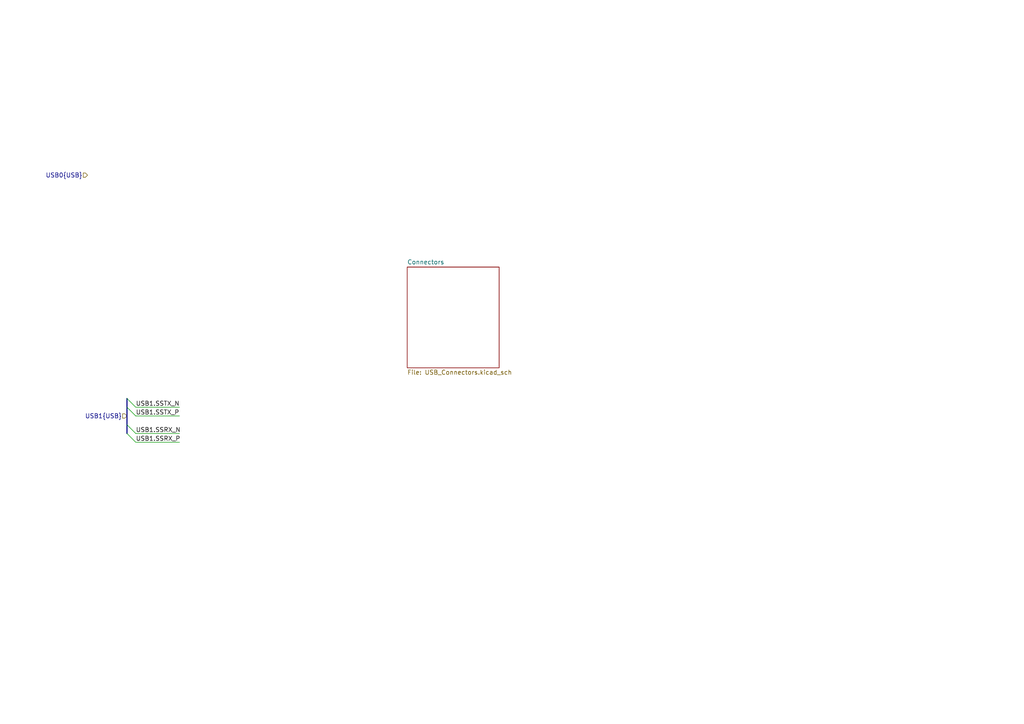
<source format=kicad_sch>
(kicad_sch
	(version 20250114)
	(generator "eeschema")
	(generator_version "9.0")
	(uuid "b97e23bc-69b5-4233-aaab-a25bbdb48c2c")
	(paper "A4")
	(lib_symbols)
	(bus_entry
		(at 36.83 118.11)
		(size 2.54 2.54)
		(stroke
			(width 0)
			(type default)
		)
		(uuid "1575507e-9c41-4d79-a448-0e26e65610ae")
	)
	(bus_entry
		(at 36.83 125.73)
		(size 2.54 2.54)
		(stroke
			(width 0)
			(type default)
		)
		(uuid "385d29f2-0442-437d-b675-207942d2e606")
	)
	(bus_entry
		(at 36.83 115.57)
		(size 2.54 2.54)
		(stroke
			(width 0)
			(type default)
		)
		(uuid "9fc1e27a-ad53-4a50-a27c-d3c38a8176f5")
	)
	(bus_entry
		(at 36.83 123.19)
		(size 2.54 2.54)
		(stroke
			(width 0)
			(type default)
		)
		(uuid "d33d04dc-b421-46c8-b1d3-a22a3bd6ce35")
	)
	(wire
		(pts
			(xy 39.37 120.65) (xy 52.07 120.65)
		)
		(stroke
			(width 0)
			(type default)
		)
		(uuid "0d119b58-1768-4111-a3bd-7197af67f633")
	)
	(wire
		(pts
			(xy 39.37 128.27) (xy 52.07 128.27)
		)
		(stroke
			(width 0)
			(type default)
		)
		(uuid "16abf78d-618e-4c0c-8264-93973fcb5898")
	)
	(bus
		(pts
			(xy 36.83 118.11) (xy 36.83 123.19)
		)
		(stroke
			(width 0)
			(type default)
		)
		(uuid "3522bad4-ec26-4dd4-a276-53401ab1fd37")
	)
	(bus
		(pts
			(xy 36.83 115.57) (xy 36.83 118.11)
		)
		(stroke
			(width 0)
			(type default)
		)
		(uuid "94d0cee7-b33d-4296-a266-2d2ee744399f")
	)
	(bus
		(pts
			(xy 36.83 123.19) (xy 36.83 125.73)
		)
		(stroke
			(width 0)
			(type default)
		)
		(uuid "ab5b298c-9ad4-49b7-9b2b-b37fbf143db4")
	)
	(wire
		(pts
			(xy 39.37 125.73) (xy 52.07 125.73)
		)
		(stroke
			(width 0)
			(type default)
		)
		(uuid "dfdf631c-a3a2-42da-9d33-a8880610bf7f")
	)
	(wire
		(pts
			(xy 39.37 118.11) (xy 52.07 118.11)
		)
		(stroke
			(width 0)
			(type default)
		)
		(uuid "f36e89d1-9a60-46ef-a439-e1083ff022ee")
	)
	(label "USB1.SSRX_N"
		(at 39.37 125.73 0)
		(effects
			(font
				(size 1.27 1.27)
			)
			(justify left bottom)
		)
		(uuid "78a89f27-cda2-464e-82f7-e954c9237e59")
	)
	(label "USB1.SSTX_N"
		(at 39.37 118.11 0)
		(effects
			(font
				(size 1.27 1.27)
			)
			(justify left bottom)
		)
		(uuid "b2ede38c-01fa-4c6d-8ff7-1d59010cf30f")
	)
	(label "USB1.SSRX_P"
		(at 39.37 128.27 0)
		(effects
			(font
				(size 1.27 1.27)
			)
			(justify left bottom)
		)
		(uuid "ce421227-8405-44b0-b5e5-950184274551")
	)
	(label "USB1.SSTX_P"
		(at 39.37 120.65 0)
		(effects
			(font
				(size 1.27 1.27)
			)
			(justify left bottom)
		)
		(uuid "ee7b79bd-4560-4254-9757-9f9fdab77e2f")
	)
	(hierarchical_label "USB0{USB}"
		(shape input)
		(at 25.4 50.8 180)
		(effects
			(font
				(size 1.27 1.27)
			)
			(justify right)
		)
		(uuid "67f10cc9-4d2d-4283-91ad-ef44270c49d1")
	)
	(hierarchical_label "USB1{USB}"
		(shape input)
		(at 36.83 120.65 180)
		(effects
			(font
				(size 1.27 1.27)
			)
			(justify right)
		)
		(uuid "875b4a48-0e61-45b5-99d1-a100583fe61e")
	)
	(sheet
		(at 118.11 77.47)
		(size 26.67 29.21)
		(exclude_from_sim no)
		(in_bom yes)
		(on_board yes)
		(dnp no)
		(fields_autoplaced yes)
		(stroke
			(width 0.1524)
			(type solid)
		)
		(fill
			(color 0 0 0 0.0000)
		)
		(uuid "49ed3ec2-cbf7-466b-bf88-35a82be5eec3")
		(property "Sheetname" "Connectors"
			(at 118.11 76.7584 0)
			(effects
				(font
					(size 1.27 1.27)
				)
				(justify left bottom)
			)
		)
		(property "Sheetfile" "USB_Connectors.kicad_sch"
			(at 118.11 107.2646 0)
			(effects
				(font
					(size 1.27 1.27)
				)
				(justify left top)
			)
		)
		(instances
			(project "rf_carrier"
				(path "/1d5a0702-b67e-4abd-9b88-5b7f3ea07af2/695dbaa7-e029-4db6-9fc9-de61d9600c0e"
					(page "4")
				)
			)
		)
	)
)

</source>
